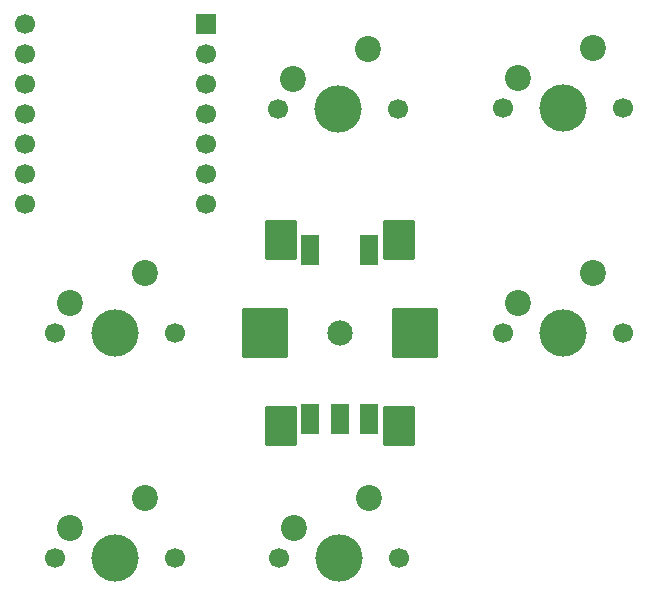
<source format=gbr>
%TF.GenerationSoftware,KiCad,Pcbnew,8.0.5*%
%TF.CreationDate,2024-10-03T17:23:51-04:00*%
%TF.ProjectId,Key,4b65792e-6b69-4636-9164-5f7063625858,rev?*%
%TF.SameCoordinates,Original*%
%TF.FileFunction,Soldermask,Top*%
%TF.FilePolarity,Negative*%
%FSLAX46Y46*%
G04 Gerber Fmt 4.6, Leading zero omitted, Abs format (unit mm)*
G04 Created by KiCad (PCBNEW 8.0.5) date 2024-10-03 17:23:51*
%MOMM*%
%LPD*%
G01*
G04 APERTURE LIST*
G04 Aperture macros list*
%AMRoundRect*
0 Rectangle with rounded corners*
0 $1 Rounding radius*
0 $2 $3 $4 $5 $6 $7 $8 $9 X,Y pos of 4 corners*
0 Add a 4 corners polygon primitive as box body*
4,1,4,$2,$3,$4,$5,$6,$7,$8,$9,$2,$3,0*
0 Add four circle primitives for the rounded corners*
1,1,$1+$1,$2,$3*
1,1,$1+$1,$4,$5*
1,1,$1+$1,$6,$7*
1,1,$1+$1,$8,$9*
0 Add four rect primitives between the rounded corners*
20,1,$1+$1,$2,$3,$4,$5,0*
20,1,$1+$1,$4,$5,$6,$7,0*
20,1,$1+$1,$6,$7,$8,$9,0*
20,1,$1+$1,$8,$9,$2,$3,0*%
G04 Aperture macros list end*
%ADD10C,1.700000*%
%ADD11C,4.000000*%
%ADD12C,2.200000*%
%ADD13RoundRect,0.102000X-0.650000X-1.200000X0.650000X-1.200000X0.650000X1.200000X-0.650000X1.200000X0*%
%ADD14RoundRect,0.102000X-1.875000X-2.000000X1.875000X-2.000000X1.875000X2.000000X-1.875000X2.000000X0*%
%ADD15RoundRect,0.102000X-1.250000X-1.600000X1.250000X-1.600000X1.250000X1.600000X-1.250000X1.600000X0*%
%ADD16C,2.150000*%
%ADD17R,1.700000X1.700000*%
G04 APERTURE END LIST*
D10*
%TO.C,SW3*%
X60840000Y-54000000D03*
D11*
X65920000Y-54000000D03*
D10*
X71000000Y-54000000D03*
D12*
X68460000Y-48920000D03*
X62110000Y-51460000D03*
%TD*%
D10*
%TO.C,SW2*%
X41785000Y-35025000D03*
D11*
X46865000Y-35025000D03*
D10*
X51945000Y-35025000D03*
D12*
X49405000Y-29945000D03*
X43055000Y-32485000D03*
%TD*%
D10*
%TO.C,SW1*%
X60840000Y-35000000D03*
D11*
X65920000Y-35000000D03*
D10*
X71000000Y-35000000D03*
D12*
X68460000Y-29920000D03*
X62110000Y-32460000D03*
%TD*%
D10*
%TO.C,SW4*%
X22840000Y-54000000D03*
D11*
X27920000Y-54000000D03*
D10*
X33000000Y-54000000D03*
D12*
X30460000Y-48920000D03*
X24110000Y-51460000D03*
%TD*%
%TO.C,SW5*%
X24150000Y-70540000D03*
X30500000Y-68000000D03*
D10*
X33040000Y-73080000D03*
D11*
X27960000Y-73080000D03*
D10*
X22880000Y-73080000D03*
%TD*%
D12*
%TO.C,SW6*%
X43150000Y-70540000D03*
X49500000Y-68000000D03*
D10*
X52040000Y-73080000D03*
D11*
X46960000Y-73080000D03*
D10*
X41880000Y-73080000D03*
%TD*%
D13*
%TO.C,U2*%
X49500000Y-47000000D03*
X44500000Y-47000000D03*
X47000000Y-61300000D03*
X49500000Y-61300000D03*
X44500000Y-61300000D03*
D14*
X53375000Y-54000000D03*
X40625000Y-54000000D03*
D15*
X42000000Y-46100000D03*
X52000000Y-46100000D03*
X52000000Y-61900000D03*
X42000000Y-61900000D03*
D16*
X47000000Y-54000000D03*
%TD*%
D17*
%TO.C,U1*%
X35625000Y-27880000D03*
D10*
X35625000Y-30420000D03*
X35625000Y-32960000D03*
X35625000Y-35500000D03*
X35625000Y-38040000D03*
X35625000Y-40580000D03*
X35625000Y-43120000D03*
X20375000Y-43120000D03*
X20375000Y-40580000D03*
X20375000Y-38040000D03*
X20375000Y-35500000D03*
X20375000Y-32960000D03*
X20375000Y-30420000D03*
X20375000Y-27880000D03*
%TD*%
M02*

</source>
